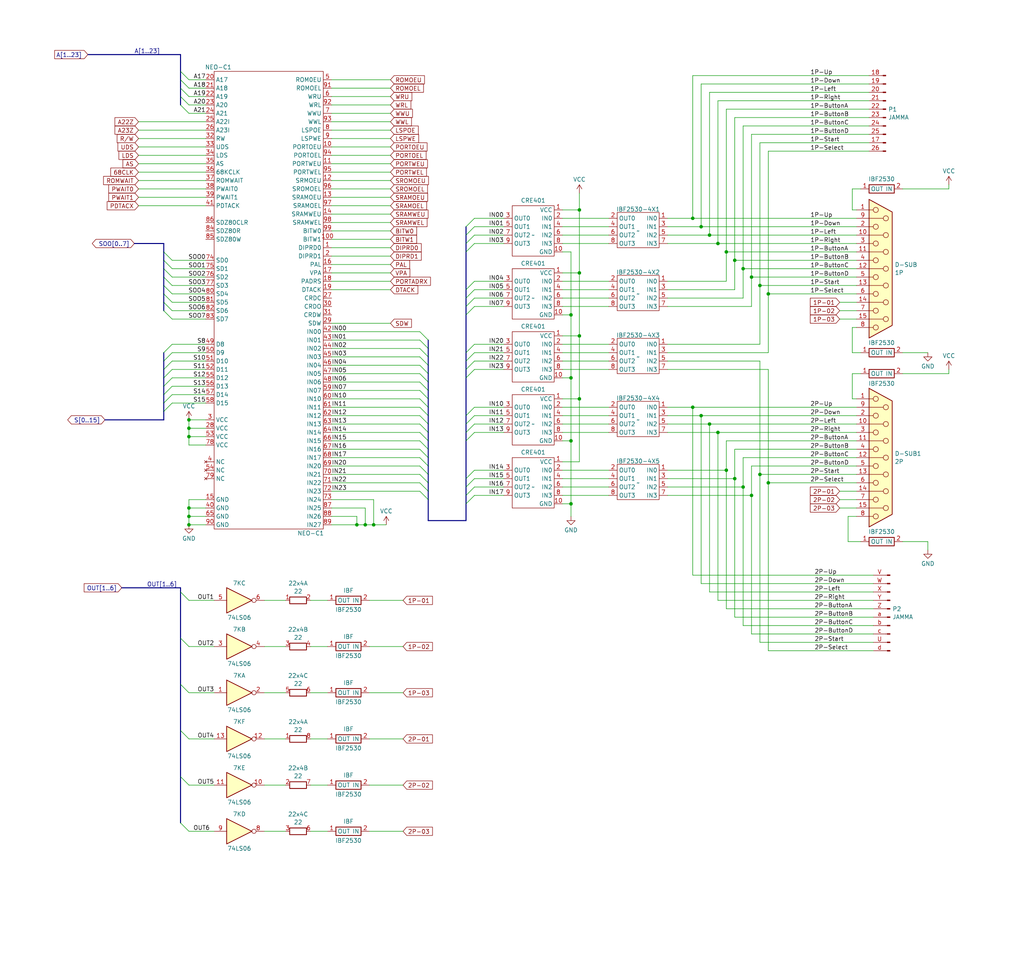
<source format=kicad_sch>
(kicad_sch (version 20230121) (generator eeschema)
  (paper "User" 309.778 290.373)
  (title_block (title "Players Inputs & Outputs (JAMMA & BD15)") (date "2023-08-15") (company "SNK") (comment 3 "Converted by Frater ") (comment 4 "NEO-GEO MVS MV1F"))
  (junction (at 214.63 128.27))
  (junction (at 57.15 127))
  (junction (at 110.49 158.75))
  (junction (at 229.87 86.36))
  (junction (at 224.79 81.28))
  (junction (at 57.15 132.08))
  (junction (at 57.15 129.54))
  (junction (at 222.25 78.74))
  (junction (at 172.72 95.25))
  (junction (at 227.33 83.82))
  (junction (at 219.71 142.24))
  (junction (at 172.72 133.35))
  (junction (at 212.09 68.58))
  (junction (at 57.15 153.67))
  (junction (at 217.17 130.81))
  (junction (at 219.71 76.2))
  (junction (at 214.63 71.12))
  (junction (at 232.41 88.9))
  (junction (at 57.15 156.21))
  (junction (at 224.79 147.32))
  (junction (at 212.09 125.73))
  (junction (at 227.33 149.86))
  (junction (at 175.26 101.6))
  (junction (at 175.26 63.5))
  (junction (at 175.26 120.65))
  (junction (at 209.55 66.04))
  (junction (at 172.72 152.4))
  (junction (at 217.17 73.66))
  (junction (at 57.15 158.75))
  (junction (at 113.03 158.75))
  (junction (at 172.72 114.3))
  (junction (at 209.55 123.19))
  (junction (at 232.41 146.05))
  (junction (at 229.87 143.51))
  (junction (at 175.26 82.55))
  (junction (at 222.25 144.78))
  (junction (at 107.95 158.75))
  (bus_entry (at 129.54 107.95) (size -2.54 -2.54))
  (bus_entry (at 129.54 148.59) (size -2.54 -2.54))
  (bus_entry (at 140.97 76.2) (size 2.54 -2.54))
  (bus_entry (at 49.53 106.68) (size 2.54 -2.54))
  (bus_entry (at 54.61 179.07) (size 2.54 2.54))
  (bus_entry (at 140.97 68.58) (size 2.54 -2.54))
  (bus_entry (at 49.53 76.2) (size 2.54 2.54))
  (bus_entry (at 49.53 114.3) (size 2.54 -2.54))
  (bus_entry (at 140.97 87.63) (size 2.54 -2.54))
  (bus_entry (at 49.53 109.22) (size 2.54 -2.54))
  (bus_entry (at 54.61 31.75) (size 2.54 2.54))
  (bus_entry (at 49.53 88.9) (size 2.54 2.54))
  (bus_entry (at 129.54 130.81) (size -2.54 -2.54))
  (bus_entry (at 129.54 110.49) (size -2.54 -2.54))
  (bus_entry (at 140.97 73.66) (size 2.54 -2.54))
  (bus_entry (at 129.54 146.05) (size -2.54 -2.54))
  (bus_entry (at 54.61 24.13) (size 2.54 2.54))
  (bus_entry (at 54.61 26.67) (size 2.54 2.54))
  (bus_entry (at 140.97 106.68) (size 2.54 -2.54))
  (bus_entry (at 49.53 124.46) (size 2.54 -2.54))
  (bus_entry (at 140.97 130.81) (size 2.54 -2.54))
  (bus_entry (at 129.54 123.19) (size -2.54 -2.54))
  (bus_entry (at 54.61 21.59) (size 2.54 2.54))
  (bus_entry (at 129.54 133.35) (size -2.54 -2.54))
  (bus_entry (at 49.53 116.84) (size 2.54 -2.54))
  (bus_entry (at 129.54 125.73) (size -2.54 -2.54))
  (bus_entry (at 140.97 147.32) (size 2.54 -2.54))
  (bus_entry (at 54.61 29.21) (size 2.54 2.54))
  (bus_entry (at 140.97 114.3) (size 2.54 -2.54))
  (bus_entry (at 129.54 102.87) (size -2.54 -2.54))
  (bus_entry (at 129.54 151.13) (size -2.54 -2.54))
  (bus_entry (at 140.97 111.76) (size 2.54 -2.54))
  (bus_entry (at 140.97 144.78) (size 2.54 -2.54))
  (bus_entry (at 49.53 91.44) (size 2.54 2.54))
  (bus_entry (at 129.54 118.11) (size -2.54 -2.54))
  (bus_entry (at 140.97 152.4) (size 2.54 -2.54))
  (bus_entry (at 140.97 71.12) (size 2.54 -2.54))
  (bus_entry (at 54.61 248.92) (size 2.54 2.54))
  (bus_entry (at 129.54 143.51) (size -2.54 -2.54))
  (bus_entry (at 54.61 234.95) (size 2.54 2.54))
  (bus_entry (at 129.54 113.03) (size -2.54 -2.54))
  (bus_entry (at 129.54 140.97) (size -2.54 -2.54))
  (bus_entry (at 140.97 149.86) (size 2.54 -2.54))
  (bus_entry (at 129.54 135.89) (size -2.54 -2.54))
  (bus_entry (at 49.53 111.76) (size 2.54 -2.54))
  (bus_entry (at 129.54 105.41) (size -2.54 -2.54))
  (bus_entry (at 49.53 83.82) (size 2.54 2.54))
  (bus_entry (at 129.54 138.43) (size -2.54 -2.54))
  (bus_entry (at 54.61 220.98) (size 2.54 2.54))
  (bus_entry (at 129.54 115.57) (size -2.54 -2.54))
  (bus_entry (at 49.53 119.38) (size 2.54 -2.54))
  (bus_entry (at 129.54 128.27) (size -2.54 -2.54))
  (bus_entry (at 140.97 95.25) (size 2.54 -2.54))
  (bus_entry (at 49.53 86.36) (size 2.54 2.54))
  (bus_entry (at 49.53 81.28) (size 2.54 2.54))
  (bus_entry (at 140.97 128.27) (size 2.54 -2.54))
  (bus_entry (at 140.97 92.71) (size 2.54 -2.54))
  (bus_entry (at 129.54 120.65) (size -2.54 -2.54))
  (bus_entry (at 54.61 207.01) (size 2.54 2.54))
  (bus_entry (at 54.61 193.04) (size 2.54 2.54))
  (bus_entry (at 140.97 109.22) (size 2.54 -2.54))
  (bus_entry (at 140.97 125.73) (size 2.54 -2.54))
  (bus_entry (at 49.53 121.92) (size 2.54 -2.54))
  (bus_entry (at 49.53 78.74) (size 2.54 2.54))
  (bus_entry (at 49.53 93.98) (size 2.54 2.54))
  (bus_entry (at 140.97 133.35) (size 2.54 -2.54))
  (bus_entry (at 140.97 90.17) (size 2.54 -2.54))
  (bus (pts (xy 140.97 95.25) (xy 140.97 106.68)))
  (wire (pts (xy 232.41 106.68) (xy 201.93 106.68)))
  (bus (pts (xy 129.54 148.59) (xy 129.54 151.13)))
  (wire (pts (xy 212.09 125.73) (xy 212.09 176.53)))
  (wire (pts (xy 172.72 76.2) (xy 170.18 76.2)))
  (wire (pts (xy 100.33 62.23) (xy 118.11 62.23)))
  (wire (pts (xy 100.33 87.63) (xy 118.11 87.63)))
  (bus (pts (xy 129.54 135.89) (xy 129.54 138.43)))
  (wire (pts (xy 93.98 209.55) (xy 99.06 209.55)))
  (bus (pts (xy 140.97 149.86) (xy 140.97 152.4)))
  (wire (pts (xy 209.55 123.19) (xy 259.08 123.19)))
  (bus (pts (xy 49.53 73.66) (xy 49.53 76.2)))
  (bus (pts (xy 140.97 76.2) (xy 140.97 87.63)))
  (wire (pts (xy 260.35 113.03) (xy 257.81 113.03)))
  (wire (pts (xy 100.33 34.29) (xy 118.11 34.29)))
  (wire (pts (xy 209.55 66.04) (xy 201.93 66.04)))
  (wire (pts (xy 57.15 129.54) (xy 57.15 127)))
  (wire (pts (xy 170.18 149.86) (xy 184.15 149.86)))
  (bus (pts (xy 54.61 21.59) (xy 54.61 24.13)))
  (wire (pts (xy 57.15 209.55) (xy 64.77 209.55)))
  (wire (pts (xy 143.51 144.78) (xy 152.4 144.78)))
  (wire (pts (xy 100.33 67.31) (xy 118.11 67.31)))
  (wire (pts (xy 262.89 27.94) (xy 214.63 27.94)))
  (wire (pts (xy 175.26 58.42) (xy 175.26 63.5)))
  (wire (pts (xy 52.07 109.22) (xy 62.23 109.22)))
  (wire (pts (xy 62.23 153.67) (xy 57.15 153.67)))
  (wire (pts (xy 170.18 92.71) (xy 184.15 92.71)))
  (wire (pts (xy 264.16 184.15) (xy 219.71 184.15)))
  (wire (pts (xy 256.54 163.83) (xy 260.35 163.83)))
  (wire (pts (xy 287.02 57.15) (xy 273.05 57.15)))
  (wire (pts (xy 111.76 237.49) (xy 121.92 237.49)))
  (wire (pts (xy 57.15 237.49) (xy 64.77 237.49)))
  (wire (pts (xy 175.26 139.7) (xy 170.18 139.7)))
  (bus (pts (xy 54.61 24.13) (xy 54.61 26.67)))
  (wire (pts (xy 52.07 78.74) (xy 62.23 78.74)))
  (wire (pts (xy 100.33 102.87) (xy 127 102.87)))
  (wire (pts (xy 62.23 134.62) (xy 57.15 134.62)))
  (wire (pts (xy 175.26 63.5) (xy 175.26 82.55)))
  (wire (pts (xy 217.17 181.61) (xy 217.17 130.81)))
  (wire (pts (xy 257.81 113.03) (xy 257.81 120.65)))
  (wire (pts (xy 107.95 158.75) (xy 110.49 158.75)))
  (bus (pts (xy 140.97 71.12) (xy 140.97 73.66)))
  (wire (pts (xy 100.33 57.15) (xy 118.11 57.15)))
  (wire (pts (xy 80.01 251.46) (xy 86.36 251.46)))
  (wire (pts (xy 93.98 195.58) (xy 99.06 195.58)))
  (wire (pts (xy 100.33 69.85) (xy 118.11 69.85)))
  (bus (pts (xy 54.61 220.98) (xy 54.61 234.95)))
  (bus (pts (xy 140.97 152.4) (xy 140.97 157.48)))
  (wire (pts (xy 107.95 156.21) (xy 107.95 158.75)))
  (wire (pts (xy 222.25 78.74) (xy 222.25 87.63)))
  (wire (pts (xy 52.07 86.36) (xy 62.23 86.36)))
  (wire (pts (xy 259.08 135.89) (xy 222.25 135.89)))
  (wire (pts (xy 170.18 73.66) (xy 184.15 73.66)))
  (wire (pts (xy 201.93 71.12) (xy 214.63 71.12)))
  (wire (pts (xy 57.15 251.46) (xy 64.77 251.46)))
  (wire (pts (xy 209.55 22.86) (xy 209.55 66.04)))
  (wire (pts (xy 111.76 195.58) (xy 121.92 195.58)))
  (wire (pts (xy 222.25 186.69) (xy 222.25 144.78)))
  (wire (pts (xy 100.33 113.03) (xy 127 113.03)))
  (bus (pts (xy 129.54 140.97) (xy 129.54 143.51)))
  (wire (pts (xy 232.41 45.72) (xy 232.41 88.9)))
  (wire (pts (xy 219.71 33.02) (xy 219.71 76.2)))
  (wire (pts (xy 175.26 82.55) (xy 175.26 101.6)))
  (wire (pts (xy 170.18 109.22) (xy 184.15 109.22)))
  (wire (pts (xy 113.03 158.75) (xy 116.84 158.75)))
  (wire (pts (xy 212.09 176.53) (xy 264.16 176.53)))
  (wire (pts (xy 201.93 125.73) (xy 212.09 125.73)))
  (wire (pts (xy 62.23 132.08) (xy 57.15 132.08)))
  (wire (pts (xy 143.51 68.58) (xy 152.4 68.58)))
  (wire (pts (xy 257.81 120.65) (xy 259.08 120.65)))
  (bus (pts (xy 49.53 76.2) (xy 49.53 78.74)))
  (wire (pts (xy 80.01 223.52) (xy 86.36 223.52)))
  (wire (pts (xy 224.79 147.32) (xy 224.79 189.23)))
  (bus (pts (xy 54.61 234.95) (xy 54.61 248.92)))
  (wire (pts (xy 52.07 83.82) (xy 62.23 83.82)))
  (wire (pts (xy 62.23 151.13) (xy 57.15 151.13)))
  (wire (pts (xy 172.72 95.25) (xy 172.72 76.2)))
  (wire (pts (xy 41.91 46.99) (xy 62.23 46.99)))
  (wire (pts (xy 100.33 146.05) (xy 127 146.05)))
  (wire (pts (xy 260.35 106.68) (xy 257.81 106.68)))
  (bus (pts (xy 140.97 114.3) (xy 140.97 125.73)))
  (wire (pts (xy 41.91 59.69) (xy 62.23 59.69)))
  (wire (pts (xy 224.79 81.28) (xy 224.79 90.17)))
  (wire (pts (xy 262.89 35.56) (xy 222.25 35.56)))
  (wire (pts (xy 111.76 181.61) (xy 121.92 181.61)))
  (wire (pts (xy 170.18 128.27) (xy 184.15 128.27)))
  (wire (pts (xy 143.51 106.68) (xy 152.4 106.68)))
  (bus (pts (xy 140.97 147.32) (xy 140.97 149.86)))
  (wire (pts (xy 222.25 35.56) (xy 222.25 78.74)))
  (wire (pts (xy 256.54 156.21) (xy 256.54 163.83)))
  (wire (pts (xy 172.72 133.35) (xy 170.18 133.35)))
  (wire (pts (xy 175.26 82.55) (xy 170.18 82.55)))
  (wire (pts (xy 172.72 156.21) (xy 172.72 152.4)))
  (wire (pts (xy 57.15 29.21) (xy 62.23 29.21)))
  (wire (pts (xy 57.15 195.58) (xy 64.77 195.58)))
  (wire (pts (xy 257.81 57.15) (xy 257.81 63.5)))
  (bus (pts (xy 49.53 91.44) (xy 49.53 93.98)))
  (bus (pts (xy 36.83 177.8) (xy 54.61 177.8)))
  (wire (pts (xy 259.08 83.82) (xy 227.33 83.82)))
  (wire (pts (xy 262.89 43.18) (xy 229.87 43.18)))
  (wire (pts (xy 259.08 88.9) (xy 232.41 88.9)))
  (bus (pts (xy 26.67 16.51) (xy 54.61 16.51)))
  (wire (pts (xy 262.89 30.48) (xy 217.17 30.48)))
  (wire (pts (xy 52.07 91.44) (xy 62.23 91.44)))
  (wire (pts (xy 100.33 52.07) (xy 118.11 52.07)))
  (wire (pts (xy 219.71 142.24) (xy 201.93 142.24)))
  (wire (pts (xy 254 91.44) (xy 259.08 91.44)))
  (bus (pts (xy 54.61 29.21) (xy 54.61 31.75)))
  (wire (pts (xy 224.79 138.43) (xy 224.79 147.32)))
  (wire (pts (xy 41.91 57.15) (xy 62.23 57.15)))
  (wire (pts (xy 110.49 153.67) (xy 110.49 158.75)))
  (wire (pts (xy 262.89 22.86) (xy 209.55 22.86)))
  (wire (pts (xy 222.25 87.63) (xy 201.93 87.63)))
  (bus (pts (xy 49.53 78.74) (xy 49.53 81.28)))
  (wire (pts (xy 229.87 194.31) (xy 229.87 143.51)))
  (wire (pts (xy 41.91 39.37) (xy 62.23 39.37)))
  (wire (pts (xy 100.33 125.73) (xy 127 125.73)))
  (wire (pts (xy 222.25 144.78) (xy 201.93 144.78)))
  (wire (pts (xy 57.15 151.13) (xy 57.15 153.67)))
  (bus (pts (xy 129.54 138.43) (xy 129.54 140.97)))
  (wire (pts (xy 143.51 73.66) (xy 152.4 73.66)))
  (wire (pts (xy 254 148.59) (xy 259.08 148.59)))
  (bus (pts (xy 49.53 116.84) (xy 49.53 119.38)))
  (wire (pts (xy 52.07 93.98) (xy 62.23 93.98)))
  (bus (pts (xy 129.54 120.65) (xy 129.54 123.19)))
  (wire (pts (xy 143.51 149.86) (xy 152.4 149.86)))
  (wire (pts (xy 232.41 111.76) (xy 201.93 111.76)))
  (bus (pts (xy 129.54 115.57) (xy 129.54 118.11)))
  (wire (pts (xy 100.33 120.65) (xy 127 120.65)))
  (bus (pts (xy 140.97 68.58) (xy 140.97 71.12)))
  (wire (pts (xy 259.08 143.51) (xy 229.87 143.51)))
  (wire (pts (xy 222.25 135.89) (xy 222.25 144.78)))
  (wire (pts (xy 127 105.41) (xy 100.33 105.41)))
  (wire (pts (xy 264.16 186.69) (xy 222.25 186.69)))
  (wire (pts (xy 229.87 86.36) (xy 229.87 104.14)))
  (wire (pts (xy 99.06 223.52) (xy 93.98 223.52)))
  (wire (pts (xy 110.49 158.75) (xy 113.03 158.75)))
  (wire (pts (xy 259.08 86.36) (xy 229.87 86.36)))
  (wire (pts (xy 100.33 123.19) (xy 127 123.19)))
  (wire (pts (xy 260.35 57.15) (xy 257.81 57.15)))
  (wire (pts (xy 172.72 114.3) (xy 170.18 114.3)))
  (bus (pts (xy 129.54 125.73) (xy 129.54 128.27)))
  (wire (pts (xy 41.91 49.53) (xy 62.23 49.53)))
  (wire (pts (xy 100.33 148.59) (xy 127 148.59)))
  (wire (pts (xy 93.98 181.61) (xy 99.06 181.61)))
  (wire (pts (xy 172.72 133.35) (xy 172.72 114.3)))
  (wire (pts (xy 170.18 147.32) (xy 184.15 147.32)))
  (wire (pts (xy 57.15 127) (xy 62.23 127)))
  (wire (pts (xy 227.33 92.71) (xy 201.93 92.71)))
  (wire (pts (xy 41.91 44.45) (xy 62.23 44.45)))
  (wire (pts (xy 264.16 181.61) (xy 217.17 181.61)))
  (wire (pts (xy 227.33 83.82) (xy 227.33 92.71)))
  (wire (pts (xy 201.93 128.27) (xy 214.63 128.27)))
  (wire (pts (xy 100.33 128.27) (xy 127 128.27)))
  (wire (pts (xy 143.51 128.27) (xy 152.4 128.27)))
  (bus (pts (xy 49.53 124.46) (xy 49.53 127)))
  (wire (pts (xy 100.33 107.95) (xy 127 107.95)))
  (wire (pts (xy 172.72 152.4) (xy 170.18 152.4)))
  (wire (pts (xy 100.33 44.45) (xy 118.11 44.45)))
  (wire (pts (xy 259.08 138.43) (xy 224.79 138.43)))
  (wire (pts (xy 100.33 130.81) (xy 127 130.81)))
  (wire (pts (xy 262.89 45.72) (xy 232.41 45.72)))
  (wire (pts (xy 224.79 90.17) (xy 201.93 90.17)))
  (wire (pts (xy 80.01 209.55) (xy 86.36 209.55)))
  (wire (pts (xy 229.87 43.18) (xy 229.87 86.36)))
  (bus (pts (xy 129.54 128.27) (xy 129.54 130.81)))
  (wire (pts (xy 52.07 119.38) (xy 62.23 119.38)))
  (wire (pts (xy 212.09 125.73) (xy 259.08 125.73)))
  (wire (pts (xy 100.33 133.35) (xy 127 133.35)))
  (bus (pts (xy 49.53 119.38) (xy 49.53 121.92)))
  (wire (pts (xy 214.63 128.27) (xy 214.63 179.07)))
  (wire (pts (xy 100.33 41.91) (xy 118.11 41.91)))
  (bus (pts (xy 140.97 90.17) (xy 140.97 92.71)))
  (wire (pts (xy 229.87 104.14) (xy 201.93 104.14)))
  (wire (pts (xy 264.16 194.31) (xy 229.87 194.31)))
  (bus (pts (xy 140.97 128.27) (xy 140.97 130.81)))
  (wire (pts (xy 287.02 55.88) (xy 287.02 57.15)))
  (wire (pts (xy 287.02 113.03) (xy 273.05 113.03)))
  (wire (pts (xy 175.26 120.65) (xy 170.18 120.65)))
  (wire (pts (xy 217.17 73.66) (xy 259.08 73.66)))
  (wire (pts (xy 254 93.98) (xy 259.08 93.98)))
  (wire (pts (xy 143.51 109.22) (xy 152.4 109.22)))
  (bus (pts (xy 129.54 102.87) (xy 129.54 105.41)))
  (wire (pts (xy 217.17 30.48) (xy 217.17 73.66)))
  (bus (pts (xy 129.54 123.19) (xy 129.54 125.73)))
  (wire (pts (xy 57.15 34.29) (xy 62.23 34.29)))
  (wire (pts (xy 170.18 123.19) (xy 184.15 123.19)))
  (wire (pts (xy 80.01 195.58) (xy 86.36 195.58)))
  (wire (pts (xy 93.98 251.46) (xy 99.06 251.46)))
  (wire (pts (xy 143.51 71.12) (xy 152.4 71.12)))
  (wire (pts (xy 100.33 29.21) (xy 118.11 29.21)))
  (wire (pts (xy 201.93 123.19) (xy 209.55 123.19)))
  (bus (pts (xy 129.54 110.49) (xy 129.54 113.03)))
  (wire (pts (xy 273.05 163.83) (xy 280.67 163.83)))
  (wire (pts (xy 259.08 133.35) (xy 219.71 133.35)))
  (wire (pts (xy 214.63 71.12) (xy 259.08 71.12)))
  (wire (pts (xy 175.26 101.6) (xy 170.18 101.6)))
  (wire (pts (xy 170.18 85.09) (xy 184.15 85.09)))
  (wire (pts (xy 57.15 158.75) (xy 62.23 158.75)))
  (bus (pts (xy 40.64 73.66) (xy 49.53 73.66)))
  (bus (pts (xy 140.97 92.71) (xy 140.97 95.25)))
  (wire (pts (xy 212.09 25.4) (xy 212.09 68.58)))
  (bus (pts (xy 129.54 146.05) (xy 129.54 148.59)))
  (wire (pts (xy 100.33 36.83) (xy 118.11 36.83)))
  (bus (pts (xy 49.53 106.68) (xy 49.53 109.22)))
  (wire (pts (xy 143.51 66.04) (xy 152.4 66.04)))
  (wire (pts (xy 143.51 92.71) (xy 152.4 92.71)))
  (wire (pts (xy 232.41 88.9) (xy 232.41 106.68)))
  (wire (pts (xy 229.87 143.51) (xy 229.87 109.22)))
  (wire (pts (xy 100.33 100.33) (xy 127 100.33)))
  (wire (pts (xy 170.18 71.12) (xy 184.15 71.12)))
  (bus (pts (xy 49.53 88.9) (xy 49.53 91.44)))
  (bus (pts (xy 129.54 107.95) (xy 129.54 110.49)))
  (wire (pts (xy 52.07 111.76) (xy 62.23 111.76)))
  (wire (pts (xy 52.07 121.92) (xy 62.23 121.92)))
  (wire (pts (xy 201.93 85.09) (xy 219.71 85.09)))
  (wire (pts (xy 201.93 68.58) (xy 212.09 68.58)))
  (wire (pts (xy 121.92 223.52) (xy 111.76 223.52)))
  (wire (pts (xy 100.33 54.61) (xy 118.11 54.61)))
  (wire (pts (xy 52.07 104.14) (xy 62.23 104.14)))
  (wire (pts (xy 41.91 54.61) (xy 62.23 54.61)))
  (bus (pts (xy 54.61 179.07) (xy 54.61 193.04)))
  (wire (pts (xy 170.18 66.04) (xy 184.15 66.04)))
  (wire (pts (xy 111.76 251.46) (xy 121.92 251.46)))
  (wire (pts (xy 217.17 130.81) (xy 259.08 130.81)))
  (wire (pts (xy 100.33 138.43) (xy 127 138.43)))
  (wire (pts (xy 175.26 101.6) (xy 175.26 120.65)))
  (wire (pts (xy 287.02 113.03) (xy 287.02 111.76)))
  (bus (pts (xy 140.97 73.66) (xy 140.97 76.2)))
  (wire (pts (xy 224.79 38.1) (xy 224.79 81.28)))
  (wire (pts (xy 100.33 49.53) (xy 118.11 49.53)))
  (wire (pts (xy 172.72 95.25) (xy 170.18 95.25)))
  (wire (pts (xy 170.18 90.17) (xy 184.15 90.17)))
  (wire (pts (xy 100.33 118.11) (xy 127 118.11)))
  (wire (pts (xy 232.41 146.05) (xy 232.41 111.76)))
  (wire (pts (xy 201.93 130.81) (xy 217.17 130.81)))
  (wire (pts (xy 143.51 123.19) (xy 152.4 123.19)))
  (wire (pts (xy 170.18 130.81) (xy 184.15 130.81)))
  (wire (pts (xy 170.18 104.14) (xy 184.15 104.14)))
  (wire (pts (xy 264.16 173.99) (xy 209.55 173.99)))
  (wire (pts (xy 262.89 40.64) (xy 227.33 40.64)))
  (wire (pts (xy 264.16 196.85) (xy 232.41 196.85)))
  (wire (pts (xy 170.18 142.24) (xy 184.15 142.24)))
  (wire (pts (xy 41.91 36.83) (xy 62.23 36.83)))
  (wire (pts (xy 227.33 191.77) (xy 227.33 149.86)))
  (wire (pts (xy 280.67 163.83) (xy 280.67 166.37)))
  (wire (pts (xy 172.72 133.35) (xy 172.72 152.4)))
  (wire (pts (xy 175.26 120.65) (xy 175.26 139.7)))
  (wire (pts (xy 57.15 134.62) (xy 57.15 132.08)))
  (bus (pts (xy 54.61 16.51) (xy 54.61 21.59)))
  (wire (pts (xy 264.16 189.23) (xy 224.79 189.23)))
  (wire (pts (xy 57.15 223.52) (xy 64.77 223.52)))
  (wire (pts (xy 143.51 104.14) (xy 152.4 104.14)))
  (wire (pts (xy 219.71 133.35) (xy 219.71 142.24)))
  (wire (pts (xy 170.18 68.58) (xy 184.15 68.58)))
  (wire (pts (xy 100.33 74.93) (xy 118.11 74.93)))
  (bus (pts (xy 129.54 151.13) (xy 129.54 157.48)))
  (wire (pts (xy 143.51 142.24) (xy 152.4 142.24)))
  (wire (pts (xy 100.33 140.97) (xy 127 140.97)))
  (wire (pts (xy 52.07 106.68) (xy 62.23 106.68)))
  (wire (pts (xy 100.33 77.47) (xy 118.11 77.47)))
  (wire (pts (xy 143.51 111.76) (xy 152.4 111.76)))
  (wire (pts (xy 170.18 144.78) (xy 184.15 144.78)))
  (bus (pts (xy 140.97 125.73) (xy 140.97 128.27)))
  (bus (pts (xy 140.97 106.68) (xy 140.97 109.22)))
  (wire (pts (xy 100.33 85.09) (xy 118.11 85.09)))
  (wire (pts (xy 224.79 147.32) (xy 201.93 147.32)))
  (wire (pts (xy 143.51 87.63) (xy 152.4 87.63)))
  (wire (pts (xy 52.07 88.9) (xy 62.23 88.9)))
  (wire (pts (xy 232.41 196.85) (xy 232.41 146.05)))
  (bus (pts (xy 129.54 133.35) (xy 129.54 135.89)))
  (bus (pts (xy 49.53 121.92) (xy 49.53 124.46)))
  (wire (pts (xy 57.15 31.75) (xy 62.23 31.75)))
  (wire (pts (xy 100.33 72.39) (xy 118.11 72.39)))
  (wire (pts (xy 143.51 125.73) (xy 152.4 125.73)))
  (wire (pts (xy 254 96.52) (xy 259.08 96.52)))
  (wire (pts (xy 264.16 179.07) (xy 214.63 179.07)))
  (bus (pts (xy 54.61 207.01) (xy 54.61 220.98)))
  (wire (pts (xy 219.71 76.2) (xy 219.71 85.09)))
  (wire (pts (xy 259.08 66.04) (xy 209.55 66.04)))
  (wire (pts (xy 254 151.13) (xy 259.08 151.13)))
  (wire (pts (xy 100.33 59.69) (xy 118.11 59.69)))
  (bus (pts (xy 140.97 130.81) (xy 140.97 133.35)))
  (wire (pts (xy 170.18 87.63) (xy 184.15 87.63)))
  (wire (pts (xy 100.33 135.89) (xy 127 135.89)))
  (bus (pts (xy 54.61 177.8) (xy 54.61 179.07)))
  (wire (pts (xy 262.89 38.1) (xy 224.79 38.1)))
  (wire (pts (xy 172.72 114.3) (xy 172.72 95.25)))
  (wire (pts (xy 254 153.67) (xy 259.08 153.67)))
  (bus (pts (xy 49.53 86.36) (xy 49.53 88.9)))
  (wire (pts (xy 62.23 156.21) (xy 57.15 156.21)))
  (bus (pts (xy 31.75 127) (xy 49.53 127)))
  (wire (pts (xy 100.33 110.49) (xy 127 110.49)))
  (wire (pts (xy 57.15 181.61) (xy 64.77 181.61)))
  (wire (pts (xy 100.33 158.75) (xy 107.95 158.75)))
  (wire (pts (xy 273.05 106.68) (xy 280.67 106.68)))
  (wire (pts (xy 100.33 31.75) (xy 118.11 31.75)))
  (wire (pts (xy 113.03 151.13) (xy 113.03 158.75)))
  (wire (pts (xy 52.07 96.52) (xy 62.23 96.52)))
  (bus (pts (xy 129.54 143.51) (xy 129.54 146.05)))
  (wire (pts (xy 80.01 237.49) (xy 86.36 237.49)))
  (wire (pts (xy 100.33 153.67) (xy 110.49 153.67)))
  (wire (pts (xy 219.71 76.2) (xy 259.08 76.2)))
  (bus (pts (xy 49.53 83.82) (xy 49.53 86.36)))
  (wire (pts (xy 100.33 46.99) (xy 118.11 46.99)))
  (bus (pts (xy 129.54 105.41) (xy 129.54 107.95)))
  (wire (pts (xy 256.54 156.21) (xy 259.08 156.21)))
  (wire (pts (xy 143.51 147.32) (xy 152.4 147.32)))
  (wire (pts (xy 41.91 52.07) (xy 62.23 52.07)))
  (wire (pts (xy 100.33 24.13) (xy 118.11 24.13)))
  (wire (pts (xy 259.08 81.28) (xy 224.79 81.28)))
  (wire (pts (xy 100.33 151.13) (xy 113.03 151.13)))
  (wire (pts (xy 62.23 129.54) (xy 57.15 129.54)))
  (wire (pts (xy 227.33 149.86) (xy 201.93 149.86)))
  (wire (pts (xy 57.15 24.13) (xy 62.23 24.13)))
  (wire (pts (xy 170.18 106.68) (xy 184.15 106.68)))
  (wire (pts (xy 52.07 81.28) (xy 62.23 81.28)))
  (wire (pts (xy 57.15 26.67) (xy 62.23 26.67)))
  (wire (pts (xy 227.33 140.97) (xy 227.33 149.86)))
  (wire (pts (xy 257.81 106.68) (xy 257.81 99.06)))
  (wire (pts (xy 257.81 63.5) (xy 259.08 63.5)))
  (wire (pts (xy 57.15 153.67) (xy 57.15 156.21)))
  (wire (pts (xy 201.93 73.66) (xy 217.17 73.66)))
  (bus (pts (xy 140.97 144.78) (xy 140.97 147.32)))
  (wire (pts (xy 52.07 114.3) (xy 62.23 114.3)))
  (wire (pts (xy 93.98 237.49) (xy 99.06 237.49)))
  (wire (pts (xy 214.63 128.27) (xy 259.08 128.27)))
  (wire (pts (xy 259.08 146.05) (xy 232.41 146.05)))
  (wire (pts (xy 143.51 85.09) (xy 152.4 85.09)))
  (bus (pts (xy 49.53 81.28) (xy 49.53 83.82)))
  (wire (pts (xy 100.33 156.21) (xy 107.95 156.21)))
  (wire (pts (xy 264.16 191.77) (xy 227.33 191.77)))
  (wire (pts (xy 100.33 80.01) (xy 118.11 80.01)))
  (wire (pts (xy 219.71 184.15) (xy 219.71 142.24)))
  (bus (pts (xy 140.97 133.35) (xy 140.97 144.78)))
  (bus (pts (xy 129.54 113.03) (xy 129.54 115.57)))
  (bus (pts (xy 140.97 109.22) (xy 140.97 111.76)))
  (bus (pts (xy 49.53 114.3) (xy 49.53 116.84)))
  (wire (pts (xy 111.76 209.55) (xy 121.92 209.55)))
  (wire (pts (xy 259.08 140.97) (xy 227.33 140.97)))
  (wire (pts (xy 52.07 116.84) (xy 62.23 116.84)))
  (bus (pts (xy 140.97 111.76) (xy 140.97 114.3)))
  (bus (pts (xy 49.53 111.76) (xy 49.53 114.3)))
  (wire (pts (xy 212.09 68.58) (xy 259.08 68.58)))
  (bus (pts (xy 129.54 157.48) (xy 140.97 157.48)))
  (wire (pts (xy 175.26 63.5) (xy 170.18 63.5)))
  (bus (pts (xy 129.54 118.11) (xy 129.54 120.65)))
  (wire (pts (xy 57.15 156.21) (xy 57.15 158.75)))
  (bus (pts (xy 54.61 193.04) (xy 54.61 207.01)))
  (wire (pts (xy 100.33 26.67) (xy 118.11 26.67)))
  (wire (pts (xy 100.33 143.51) (xy 127 143.51)))
  (wire (pts (xy 143.51 90.17) (xy 152.4 90.17)))
  (bus (pts (xy 129.54 130.81) (xy 129.54 133.35)))
  (wire (pts (xy 41.91 62.23) (xy 62.23 62.23)))
  (bus (pts (xy 54.61 26.67) (xy 54.61 29.21)))
  (wire (pts (xy 229.87 109.22) (xy 201.93 109.22)))
  (wire (pts (xy 100.33 39.37) (xy 118.11 39.37)))
  (wire (pts (xy 41.91 41.91) (xy 62.23 41.91)))
  (wire (pts (xy 227.33 40.64) (xy 227.33 83.82)))
  (wire (pts (xy 143.51 130.81) (xy 152.4 130.81)))
  (wire (pts (xy 209.55 173.99) (xy 209.55 123.19)))
  (bus (pts (xy 140.97 87.63) (xy 140.97 90.17)))
  (wire (pts (xy 100.33 97.79) (xy 118.11 97.79)))
  (wire (pts (xy 57.15 132.08) (xy 57.15 129.54)))
  (wire (pts (xy 170.18 125.73) (xy 184.15 125.73)))
  (wire (pts (xy 262.89 33.02) (xy 219.71 33.02)))
  (wire (pts (xy 259.08 78.74) (xy 222.25 78.74)))
  (bus (pts (xy 49.53 109.22) (xy 49.53 111.76)))
  (wire (pts (xy 100.33 64.77) (xy 118.11 64.77)))
  (wire (pts (xy 262.89 25.4) (xy 212.09 25.4)))
  (wire (pts (xy 80.01 181.61) (xy 86.36 181.61)))
  (wire (pts (xy 214.63 27.94) (xy 214.63 71.12)))
  (wire (pts (xy 100.33 82.55) (xy 118.11 82.55)))
  (wire (pts (xy 170.18 111.76) (xy 184.15 111.76)))
  (wire (pts (xy 257.81 99.06) (xy 259.08 99.06)))
  (wire (pts (xy 100.33 115.57) (xy 127 115.57)))
  (label "1P-Left" (at 245.11 71.12 0))
  (label "IN04" (at 152.4 85.09 180))
  (label "1P-Down" (at 245.11 68.58 0))
  (label "1P-ButtonB" (at 245.11 35.56 0))
  (label "A[1..23]" (at 40.64 16.51 0))
  (label "OUT[1..6]" (at 44.45 177.8 0))
  (label "A17" (at 62.23 24.13 180))
  (label "2P-Right" (at 246.38 181.61 0))
  (label "IN03" (at 152.4 73.66 180))
  (label "IN20" (at 152.4 104.14 180))
  (label "1P-Start" (at 245.11 43.18 0))
  (label "1P-Up" (at 245.11 66.04 0))
  (label "A21" (at 62.23 34.29 180))
  (label "IN21" (at 152.4 106.68 180))
  (label "IN17" (at 152.4 149.86 180))
  (label "2P-ButtonC" (at 246.38 189.23 0))
  (label "IN10" (at 152.4 123.19 180))
  (label "OUT6" (at 63.5 251.46 180))
  (label "IN06" (at 100.33 115.57 0))
  (label "2P-ButtonD" (at 246.38 191.77 0))
  (label "OUT2" (at 64.77 195.58 180))
  (label "SOO4" (at 62.23 88.9 180))
  (label "1P-Right" (at 245.11 30.48 0))
  (label "S14" (at 62.23 119.38 180))
  (label "IN07" (at 152.4 92.71 180))
  (label "S11" (at 62.23 111.76 180))
  (label "IN00" (at 152.4 66.04 180))
  (label "2P-ButtonB" (at 245.11 135.89 0))
  (label "IN15" (at 100.33 133.35 0))
  (label "OUT1" (at 64.77 181.61 180))
  (label "1P-Select" (at 245.11 88.9 0))
  (label "IN07" (at 100.33 118.11 0))
  (label "IN21" (at 100.33 143.51 0))
  (label "1P-Right" (at 245.11 73.66 0))
  (label "IN12" (at 152.4 128.27 180))
  (label "IN15" (at 152.4 144.78 180))
  (label "A18" (at 62.23 26.67 180))
  (label "SOO7" (at 62.23 96.52 180))
  (label "IN13" (at 100.33 128.27 0))
  (label "IN16" (at 100.33 135.89 0))
  (label "IN17" (at 100.33 138.43 0))
  (label "SOO1" (at 62.23 81.28 180))
  (label "S8" (at 62.23 104.14 180))
  (label "2P-ButtonA" (at 245.11 133.35 0))
  (label "IN06" (at 152.4 90.17 180))
  (label "2P-Left" (at 245.11 128.27 0))
  (label "2P-ButtonD" (at 245.11 140.97 0))
  (label "1P-ButtonB" (at 245.11 78.74 0))
  (label "IN23" (at 152.4 111.76 180))
  (label "S9" (at 62.23 106.68 180))
  (label "IN11" (at 152.4 125.73 180))
  (label "1P-Left" (at 245.11 27.94 0))
  (label "IN00" (at 100.33 100.33 0))
  (label "IN22" (at 100.33 146.05 0))
  (label "OUT3" (at 64.77 209.55 180))
  (label "1P-ButtonA" (at 245.11 33.02 0))
  (label "IN05" (at 100.33 113.03 0))
  (label "SOO3" (at 62.23 86.36 180))
  (label "2P-ButtonB" (at 246.38 186.69 0))
  (label "1P-Start" (at 245.11 86.36 0))
  (label "IN02" (at 152.4 71.12 180))
  (label "S15" (at 62.23 121.92 180))
  (label "IN20" (at 100.33 140.97 0))
  (label "SOO6" (at 62.23 93.98 180))
  (label "1P-ButtonC" (at 245.11 81.28 0))
  (label "S13" (at 62.23 116.84 180))
  (label "1P-Up" (at 245.11 22.86 0))
  (label "IN01" (at 100.33 102.87 0))
  (label "IN01" (at 152.4 68.58 180))
  (label "1P-ButtonA" (at 245.11 76.2 0))
  (label "IN12" (at 100.33 125.73 0))
  (label "2P-Down" (at 245.11 125.73 0))
  (label "SOO2" (at 62.23 83.82 180))
  (label "S10" (at 62.23 109.22 180))
  (label "2P-Left" (at 246.38 179.07 0))
  (label "2P-ButtonC" (at 245.11 138.43 0))
  (label "2P-Start" (at 245.11 143.51 0))
  (label "2P-Select" (at 245.11 146.05 0))
  (label "IN23" (at 100.33 148.59 0))
  (label "IN04" (at 100.33 110.49 0))
  (label "IN02" (at 100.33 105.41 0))
  (label "IN16" (at 152.4 147.32 180))
  (label "2P-Up" (at 246.38 173.99 0))
  (label "2P-ButtonA" (at 246.38 184.15 0))
  (label "1P-ButtonD" (at 245.11 83.82 0))
  (label "2P-Select" (at 246.38 196.85 0))
  (label "2P-Up" (at 245.11 123.19 0))
  (label "A20" (at 62.23 31.75 180))
  (label "SOO0" (at 62.23 78.74 180))
  (label "IN10" (at 100.33 120.65 0))
  (label "IN11" (at 100.33 123.19 0))
  (label "1P-ButtonC" (at 245.11 38.1 0))
  (label "IN13" (at 152.4 130.81 180))
  (label "IN05" (at 152.4 87.63 180))
  (label "SOO5" (at 62.23 91.44 180))
  (label "IN03" (at 100.33 107.95 0))
  (label "1P-Down" (at 245.11 25.4 0))
  (label "IN14" (at 152.4 142.24 180))
  (label "OUT4" (at 64.77 223.52 180))
  (label "1P-Select" (at 245.11 45.72 0))
  (label "OUT5" (at 64.77 237.49 180))
  (label "2P-Start" (at 246.38 194.31 0))
  (label "IN22" (at 152.4 109.22 180))
  (label "IN14" (at 100.33 130.81 0))
  (label "2P-Right" (at 245.11 130.81 0))
  (label "S12" (at 62.23 114.3 180))
  (label "A19" (at 62.23 29.21 180))
  (label "1P-ButtonD" (at 245.11 40.64 0))
  (label "2P-Down" (at 246.38 176.53 0))
  (global_label "ROMOEU" (shape input) (at 118.11 24.13 0) (property "Intersheetrefs" "${INTERSHEET_REFS}" (at 128.9571 24.13 0) (effects (justify left))))
  (global_label "WWL" (shape input) (at 118.11 36.83 0) (property "Intersheetrefs" "${INTERSHEET_REFS}" (at 125.0261 36.83 0) (effects (justify left))))
  (global_label "SOO[0..7]" (shape bidirectional) (at 40.64 73.66 180) (property "Intersheetrefs" "${INTERSHEET_REFS}" (at 27.351 73.66 0) (effects (justify right))))
  (global_label "VPA" (shape input) (at 118.11 82.55 0) (property "Intersheetrefs" "${INTERSHEET_REFS}" (at 124.5424 82.55 0) (effects (justify left))))
  (global_label "A23Z" (shape input) (at 41.91 39.37 180) (property "Intersheetrefs" "${INTERSHEET_REFS}" (at 34.2077 39.37 0) (effects (justify right))))
  (global_label "ROMOEL" (shape input) (at 118.11 26.67 0) (property "Intersheetrefs" "${INTERSHEET_REFS}" (at 128.6547 26.67 0) (effects (justify left))))
  (global_label "1P-03" (shape input) (at 254 96.52 180) (property "Intersheetrefs" "${INTERSHEET_REFS}" (at 244.5439 96.52 0) (effects (justify right))))
  (global_label "DIPRD0" (shape input) (at 118.11 74.93 0) (property "Intersheetrefs" "${INTERSHEET_REFS}" (at 127.9895 74.93 0) (effects (justify left))))
  (global_label "2P-01" (shape input) (at 121.92 223.52 0) (property "Intersheetrefs" "${INTERSHEET_REFS}" (at 131.3761 223.52 0) (effects (justify left))))
  (global_label "68CLK" (shape input) (at 41.91 52.07 180) (property "Intersheetrefs" "${INTERSHEET_REFS}" (at 32.9377 52.07 0) (effects (justify right))))
  (global_label "S[0..15]" (shape bidirectional) (at 31.75 127 180) (property "Intersheetrefs" "${INTERSHEET_REFS}" (at 19.9125 127 0) (effects (justify right))))
  (global_label "LDS" (shape input) (at 41.91 46.99 180) (property "Intersheetrefs" "${INTERSHEET_REFS}" (at 35.4172 46.99 0) (effects (justify right))))
  (global_label "R{slash}W" (shape input) (at 41.91 41.91 180) (property "Intersheetrefs" "${INTERSHEET_REFS}" (at 34.8729 41.91 0) (effects (justify right))))
  (global_label "DTACK" (shape input) (at 118.11 87.63 0) (property "Intersheetrefs" "${INTERSHEET_REFS}" (at 126.9614 87.63 0) (effects (justify left))))
  (global_label "2P-02" (shape input) (at 254 151.13 180) (property "Intersheetrefs" "${INTERSHEET_REFS}" (at 244.5439 151.13 0) (effects (justify right))))
  (global_label "A[1..23]" (shape output) (at 16.51 16.51 0) (property "Intersheetrefs" "${INTERSHEET_REFS}" (at 27.1153 16.51 0) (effects (justify left))))
  (global_label "SRAMWEL" (shape input) (at 118.11 67.31 0) (property "Intersheetrefs" "${INTERSHEET_REFS}" (at 129.7432 67.31 0) (effects (justify left))))
  (global_label "WRL" (shape input) (at 118.11 31.75 0) (property "Intersheetrefs" "${INTERSHEET_REFS}" (at 124.8447 31.75 0) (effects (justify left))))
  (global_label "1P-03" (shape input) (at 121.92 209.55 0) (property "Intersheetrefs" "${INTERSHEET_REFS}" (at 131.3761 209.55 0) (effects (justify left))))
  (global_label "UDS" (shape input) (at 41.91 44.45 180) (property "Intersheetrefs" "${INTERSHEET_REFS}" (at 35.1148 44.45 0) (effects (justify right))))
  (global_label "1P-02" (shape input) (at 121.92 195.58 0) (property "Intersheetrefs" "${INTERSHEET_REFS}" (at 131.3761 195.58 0) (effects (justify left))))
  (global_label "PORTWEU" (shape input) (at 118.11 49.53 0) (property "Intersheetrefs" "${INTERSHEET_REFS}" (at 129.8642 49.53 0) (effects (justify left))))
  (global_label "SROMOEL" (shape input) (at 118.11 57.15 0) (property "Intersheetrefs" "${INTERSHEET_REFS}" (at 129.8642 57.15 0) (effects (justify left))))
  (global_label "2P-03" (shape input) (at 254 153.67 180) (property "Intersheetrefs" "${INTERSHEET_REFS}" (at 244.5439 153.67 0) (effects (justify right))))
  (global_label "DIPRD1" (shape input) (at 118.11 77.47 0) (property "Intersheetrefs" "${INTERSHEET_REFS}" (at 127.9895 77.47 0) (effects (justify left))))
  (global_label "2P-03" (shape input) (at 121.92 251.46 0) (property "Intersheetrefs" "${INTERSHEET_REFS}" (at 131.3761 251.46 0) (effects (justify left))))
  (global_label "2P-02" (shape input) (at 121.92 237.49 0) (property "Intersheetrefs" "${INTERSHEET_REFS}" (at 131.3761 237.49 0) (effects (justify left))))
  (global_label "PDTACX" (shape input) (at 41.91 62.23 180) (property "Intersheetrefs" "${INTERSHEET_REFS}" (at 31.8491 62.23 0) (effects (justify right))))
  (global_label "PORTADRX" (shape input) (at 118.11 85.09 0) (property "Intersheetrefs" "${INTERSHEET_REFS}" (at 130.7714 85.09 0) (effects (justify left))))
  (global_label "SRAMOEU" (shape input) (at 118.11 59.69 0) (property "Intersheetrefs" "${INTERSHEET_REFS}" (at 129.9247 59.69 0) (effects (justify left))))
  (global_label "WWU" (shape input) (at 118.11 34.29 0) (property "Intersheetrefs" "${INTERSHEET_REFS}" (at 125.3285 34.29 0) (effects (justify left))))
  (global_label "LSPOE" (shape input) (at 118.11 39.37 0) (property "Intersheetrefs" "${INTERSHEET_REFS}" (at 127.0823 39.37 0) (effects (justify left))))
  (global_label "SRAMOEL" (shape input) (at 118.11 62.23 0) (property "Intersheetrefs" "${INTERSHEET_REFS}" (at 129.6223 62.23 0) (effects (justify left))))
  (global_label "2P-01" (shape input) (at 254 148.59 180) (property "Intersheetrefs" "${INTERSHEET_REFS}" (at 244.5439 148.59 0) (effects (justify right))))
  (global_label "OUT[1..6]" (shape input) (at 36.83 177.8 180) (property "Intersheetrefs" "${INTERSHEET_REFS}" (at 24.8942 177.8 0) (effects (justify right))))
  (global_label "1P-01" (shape input) (at 254 91.44 180) (property "Intersheetrefs" "${INTERSHEET_REFS}" (at 244.5439 91.44 0) (effects (justify right))))
  (global_label "A22Z" (shape input) (at 41.91 36.83 180) (property "Intersheetrefs" "${INTERSHEET_REFS}" (at 34.2077 36.83 0) (effects (justify right))))
  (global_label "PWAIT1" (shape input) (at 41.91 59.69 180) (property "Intersheetrefs" "${INTERSHEET_REFS}" (at 32.3329 59.69 0) (effects (justify right))))
  (global_label "PAL" (shape input) (at 118.11 80.01 0) (property "Intersheetrefs" "${INTERSHEET_REFS}" (at 124.4819 80.01 0) (effects (justify left))))
  (global_label "1P-02" (shape input) (at 254 93.98 180) (property "Intersheetrefs" "${INTERSHEET_REFS}" (at 244.5439 93.98 0) (effects (justify right))))
  (global_label "PORTOEL" (shape input) (at 118.11 46.99 0) (property "Intersheetrefs" "${INTERSHEET_REFS}" (at 129.4409 46.99 0) (effects (justify left))))
  (global_label "AS" (shape input) (at 41.91 49.53 180) (property "Intersheetrefs" "${INTERSHEET_REFS}" (at 36.6267 49.53 0) (effects (justify right))))
  (global_label "PORTWEL" (shape input) (at 118.11 52.07 0) (property "Intersheetrefs" "${INTERSHEET_REFS}" (at 129.5618 52.07 0) (effects (justify left))))
  (global_label "PORTOEU" (shape input) (at 118.11 44.45 0) (property "Intersheetrefs" "${INTERSHEET_REFS}" (at 129.7433 44.45 0) (effects (justify left))))
  (global_label "ROMWAIT" (shape input) (at 41.91 54.61 180) (property "Intersheetrefs" "${INTERSHEET_REFS}" (at 30.7605 54.61 0) (effects (justify right))))
  (global_label "WRU" (shape input) (at 118.11 29.21 0) (property "Intersheetrefs" "${INTERSHEET_REFS}" (at 125.1471 29.21 0) (effects (justify left))))
  (global_label "LSPWE" (shape input) (at 118.11 41.91 0) (property "Intersheetrefs" "${INTERSHEET_REFS}" (at 127.2032 41.91 0) (effects (justify left))))
  (global_label "BITW0" (shape input) (at 118.11 69.85 0) (property "Intersheetrefs" "${INTERSHEET_REFS}" (at 126.5985 69.85 0) (effects (justify left))))
  (global_label "PWAIT0" (shape input) (at 41.91 57.15 180) (property "Intersheetrefs" "${INTERSHEET_REFS}" (at 32.3329 57.15 0) (effects (justify right))))
  (global_label "SROMOEU" (shape input) (at 118.11 54.61 0) (property "Intersheetrefs" "${INTERSHEET_REFS}" (at 130.1666 54.61 0) (effects (justify left))))
  (global_label "SDW" (shape input) (at 118.11 97.79 0) (property "Intersheetrefs" "${INTERSHEET_REFS}" (at 125.0261 97.79 0) (effects (justify left))))
  (global_label "BITW1" (shape input) (at 118.11 72.39 0) (property "Intersheetrefs" "${INTERSHEET_REFS}" (at 126.5985 72.39 0) (effects (justify left))))
  (global_label "1P-01" (shape input) (at 121.92 181.61 0) (property "Intersheetrefs" "${INTERSHEET_REFS}" (at 131.3761 181.61 0) (effects (justify left))))
  (global_label "SRAMWEU" (shape input) (at 118.11 64.77 0) (property "Intersheetrefs" "${INTERSHEET_REFS}" (at 130.0456 64.77 0) (effects (justify left))))
  (symbol (lib_id "0-Custom-Frater_Library:IBF2530") (at 266.7 163.83 0) (unit 1)
    (property "Reference" "IBF2530" (at 266.7 160.8399 0))
    (property "Value" "IBF2530" (effects hide))
    (instances (project "MVS" (path "" (reference "IBF2530") (unit 1)) (path "" (reference "IBF4") (unit 1))))
  )
  (symbol (lib_id "power:GND") (at 172.72 156.21 0) (unit 1)
    (property "Reference" "#PWR020" (effects hide))
    (property "Value" "GND" (at 172.72 160.3431 0))
    (instances (project "MVS" (path "" (reference "#PWR020") (unit 1)) (path "" (reference "#PWR04") (unit 1))))
  )
  (symbol (lib_id "power:VCC") (at 175.26 58.42 0) (unit 1)
    (property "Reference" "#PWR014" (effects hide))
    (property "Value" "VCC" (at 175.26 54.2869 0))
    (instances (project "MVS" (path "" (reference "#PWR014") (unit 1)) (path "" (reference "#PWR05") (unit 1))))
  )
  (symbol (lib_id "power:VCC") (at 287.02 111.76 0) (unit 1)
    (property "Reference" "#PWR018" (effects hide))
    (property "Value" "VCC" (at 287.02 107.6269 0))
    (instances (project "MVS" (path "" (reference "#PWR018") (unit 1)) (path "" (reference "#PWR09") (unit 1))))
  )
  (symbol (lib_name "74LS06_5") (lib_id "74xx:74LS06") (at 72.39 251.46 0) (unit 4)
    (property "Reference" "7K" (at 72.39 246.26 0))
    (property "Value" "74LS06" (at 72.39 256.66 0))
    (property "Datasheet" "http://www.ti.com/lit/gpn/sn74LS06" (effects hide))
    (instances (project "MVS" (path "" (reference "7K") (unit 4)) (path "" (reference "7K1") (unit 4))))
  )
  (symbol (lib_id "0-Custom-Frater_Library:IBF2530") (at 105.41 181.61 0) (unit 1)
    (property "Reference" "IBF" (at 105.41 178.6199 0))
    (property "Value" "IBF2530" (at 105.41 184.404 0))
    (instances (project "MVS" (path "" (reference "IBF") (unit 1)) (path "" (reference "IBF5") (unit 1))))
  )
  (symbol (lib_name "Conn_01x10_Pin_1") (lib_id "Connector:Conn_01x10_Pin") (at 269.24 184.15 0) (mirror y) (unit 1)
    (property "Reference" "JAMMA" (at 269.9512 186.6321 0) (effects (justify right)))
    (property "Value" "P2" (at 269.9512 184.2079 0) (effects (justify right)))
    (instances (project "MVS" (path "" (reference "JAMMA") (unit 1)) (path "" (reference "JAMMA2") (unit 1))))
  )
  (symbol (lib_id "Device:R_Pack04_Split") (at 90.17 223.52 270) (unit 1)
    (property "Reference" "22x4" (at 90.17 218.3597 90))
    (property "Value" "22" (at 90.17 220.7839 90))
    (instances (project "MVS" (path "" (reference "22x4") (unit 1)) (path "" (reference "22x2") (unit 1))))
  )
  (symbol (lib_id "0-Custom-Frater_Library:IBF2530-4") (at 193.04 88.9 0) (unit 1)
    (property "Reference" "IBF2530-4X2" (at 193.04 82.3539 0))
    (property "Value" "~" (at 193.04 88.9 0))
    (instances (project "MVS" (path "" (reference "IBF2530-4X2") (unit 1)) (path "" (reference "IBF2530-4X7") (unit 1))))
  )
  (symbol (lib_id "0-Custom-Frater_Library:IBF2530") (at 105.41 195.58 0) (unit 1)
    (property "Reference" "IBF" (at 105.41 192.5899 0))
    (property "Value" "IBF2530" (at 105.41 198.374 0))
    (instances (project "MVS" (path "" (reference "IBF") (unit 1)) (path "" (reference "IBF6") (unit 1))))
  )
  (symbol (lib_id "0-Custom-Frater_Library:IBF2530") (at 266.7 106.68 0) (unit 1)
    (property "Reference" "IBF2530" (at 266.7 103.6899 0))
    (property "Value" "IBF2530" (effects hide))
    (instances (project "MVS" (path "" (reference "IBF2530") (unit 1)) (path "" (reference "IBF2") (unit 1))))
  )
  (symbol (lib_id "Device:R_Pack04_SIP_Split") (at 90.17 195.58 270) (unit 2)
    (property "Reference" "22x4" (at 90.17 190.4197 90))
    (property "Value" "22" (at 90.17 192.8439 90))
    (property "Footprint" "Resistor_THT:R_Array_SIP8" (effects hide))
    (property "Datasheet" "http://www.vishay.com/docs/31509/csc.pdf" (effects hide))
    (instances (project "MVS" (path "" (reference "22x4") (unit 2)) (path "" (reference "22x1") (unit 2))))
  )
  (symbol (lib_id "Device:R_Pack04_Split") (at 90.17 237.49 270) (unit 2)
    (property "Reference" "22x4" (at 90.17 232.3297 90))
    (property "Value" "22" (at 90.17 234.7539 90))
    (instances (project "MVS" (path "" (reference "22x4") (unit 2)) (path "" (reference "22x2") (unit 2))))
  )
  (symbol (lib_name "74LS06_1") (lib_id "74xx:74LS06") (at 72.39 195.58 0) (unit 2)
    (property "Reference" "7K" (at 72.39 190.38 0))
    (property "Value" "74LS06" (at 72.39 200.78 0))
    (property "Datasheet" "http://www.ti.com/lit/gpn/sn74LS06" (effects hide))
    (instances (project "MVS" (path "" (reference "7K") (unit 2)) (path "" (reference "7K1") (unit 2))))
  )
  (symbol (lib_id "power:VCC") (at 116.84 158.75 0) (unit 1)
    (property "Reference" "#PWR013" (effects hide))
    (property "Value" "VCC" (at 116.84 154.6169 0))
    (instances (project "MVS" (path "" (reference "#PWR013") (unit 1)) (path "" (reference "#PWR03") (unit 1))))
  )
  (symbol (lib_id "Connector:DA15_Receptacle") (at 266.7 81.28 0) (unit 1)
    (property "Reference" "D-SUB" (at 270.637 80.0679 0) (effects (justify left)))
    (property "Value" "1P" (at 270.637 82.4921 0) (effects (justify left)))
    (property "Datasheet" " ~" (effects hide))
    (instances (project "MVS" (path "" (reference "D-SUB") (unit 1)) (path "" (reference "D-SUB2") (unit 1))))
  )
  (symbol (lib_id "0-Custom-Frater_Library:NEO-C1") (at 81.28 101.6 0) (unit 1)
    (property "Reference" "NEO-C1" (at 66.04 20.32 0))
    (property "Value" "NEO-C1" (at 93.98 161.29 0))
    (instances (project "MVS" (path "" (reference "NEO-C1") (unit 1)) (path "" (reference "5L1") (unit 1))))
  )
  (symbol (lib_id "power:GND") (at 280.67 106.68 0) (unit 1)
    (property "Reference" "#PWR016" (effects hide))
    (property "Value" "GND" (at 280.67 110.8131 0))
    (instances (project "MVS" (path "" (reference "#PWR016") (unit 1)) (path "" (reference "#PWR06") (unit 1))))
  )
  (symbol (lib_id "0-Custom-Frater_Library:IBF2530-4") (at 193.04 146.05 0) (unit 1)
    (property "Reference" "IBF2530-4X5" (at 193.04 139.5039 0))
    (property "Value" "~" (at 193.04 146.05 0))
    (instances (project "MVS" (path "" (reference "IBF2530-4X5") (unit 1)) (path "" (reference "IBF2530-4X10") (unit 1))))
  )
  (symbol (lib_id "power:VCC") (at 57.15 127 0) (unit 1)
    (property "Reference" "#PWR011" (effects hide))
    (property "Value" "VCC" (at 57.15 122.8669 0))
    (instances (project "MVS" (path "" (reference "#PWR011") (unit 1)) (path "" (reference "#PWR01") (unit 1))))
  )
  (symbol (lib_id "0-Custom-Frater_Library:CRE401") (at 161.29 69.85 0) (unit 1)
    (property "Reference" "CRE401" (at 161.29 60.6369 0))
    (property "Value" "~" (at 161.29 71.12 0))
  )
  (symbol (lib_id "Device:R_Pack04_Split") (at 90.17 251.46 270) (unit 3)
    (property "Reference" "22x4" (at 90.17 246.2997 90))
    (property "Value" "22" (at 90.17 248.7239 90))
    (instances (project "MVS" (path "" (reference "22x4") (unit 3)) (path "" (reference "22x2") (unit 3))))
  )
  (symbol (lib_name "74LS06_3") (lib_id "74xx:74LS06") (at 72.39 223.52 0) (unit 6)
    (property "Reference" "7K" (at 72.39 218.32 0))
    (property "Value" "74LS06" (at 72.39 228.72 0))
    (property "Datasheet" "http://www.ti.com/lit/gpn/sn74LS06" (effects hide))
    (instances (project "MVS" (path "" (reference "7K") (unit 6)) (path "" (reference "7K1") (unit 6))))
  )
  (symbol (lib_id "0-Custom-Frater_Library:IBF2530") (at 105.41 251.46 0) (unit 1)
    (property "Reference" "IBF" (at 105.41 248.4699 0))
    (property "Value" "IBF2530" (at 105.41 254.254 0))
    (instances (project "MVS" (path "" (reference "IBF") (unit 1)) (path "" (reference "IBF10") (unit 1))))
  )
  (symbol (lib_id "Device:R_Pack04_SIP_Split") (at 90.17 209.55 270) (unit 3)
    (property "Reference" "22x4" (at 90.17 204.3897 90))
    (property "Value" "22" (at 90.17 206.8139 90))
    (property "Footprint" "Resistor_THT:R_Array_SIP8" (effects hide))
    (property "Datasheet" "http://www.vishay.com/docs/31509/csc.pdf" (effects hide))
    (instances (project "MVS" (path "" (reference "22x4") (unit 3)) (path "" (reference "22x1") (unit 3))))
  )
  (symbol (lib_id "0-Custom-Frater_Library:IBF2530") (at 105.41 209.55 0) (unit 1)
    (property "Reference" "IBF" (at 105.41 206.5599 0))
    (property "Value" "IBF2530" (at 105.41 212.344 0))
    (instances (project "MVS" (path "" (reference "IBF") (unit 1)) (path "" (reference "IBF7") (unit 1))))
  )
  (symbol (lib_id "0-Custom-Frater_Library:IBF2530") (at 105.41 237.49 0) (unit 1)
    (property "Reference" "IBF" (at 105.41 234.4999 0))
    (property "Value" "IBF2530" (at 105.41 240.284 0))
    (instances (project "MVS" (path "" (reference "IBF") (unit 1)) (path "" (reference "IBF9") (unit 1))))
  )
  (symbol (lib_id "0-Custom-Frater_Library:CRE401") (at 161.29 107.95 0) (unit 1)
    (property "Reference" "CRE401" (at 161.29 98.7369 0))
    (property "Value" "CRE401" (effects hide))
  )
  (symbol (lib_id "Connector:Conn_01x10_Pin") (at 267.97 33.02 0) (mirror y) (unit 1)
    (property "Reference" "JAMMA" (at 268.6812 35.5021 0) (effects (justify right)))
    (property "Value" "P1" (at 268.6812 33.0779 0) (effects (justify right)))
    (instances (project "MVS" (path "" (reference "JAMMA") (unit 1)) (path "" (reference "JAMMA1") (unit 1))))
  )
  (symbol (lib_id "0-Custom-Frater_Library:IBF2530-4") (at 193.04 107.95 0) (unit 1)
    (property "Reference" "IBF2530-4X3" (at 193.04 101.4039 0))
    (property "Value" "~" (at 193.04 107.95 0))
    (instances (project "MVS" (path "" (reference "IBF2530-4X3") (unit 1)) (path "" (reference "IBF2530-4X8") (unit 1))))
  )
  (symbol (lib_id "power:GND") (at 280.67 166.37 0) (unit 1)
    (property "Reference" "#PWR019" (effects hide))
    (property "Value" "GND" (at 280.67 170.5031 0))
    (instances (project "MVS" (path "" (reference "#PWR019") (unit 1)) (path "" (reference "#PWR07") (unit 1))))
  )
  (symbol (lib_id "0-Custom-Frater_Library:IBF2530-4") (at 193.04 69.85 0) (unit 1)
    (property "Reference" "IBF2530-4X1" (at 193.04 63.3039 0))
    (property "Value" "~" (at 193.04 69.85 0))
    (instances (project "MVS" (path "" (reference "IBF2530-4X1") (unit 1)) (path "" (reference "IBF2530-4X6") (unit 1))))
  )
  (symbol (lib_id "power:GND") (at 57.15 158.75 0) (unit 1)
    (property "Reference" "#PWR012" (effects hide))
    (property "Value" "GND" (at 57.15 162.8831 0))
    (instances (project "MVS" (path "" (reference "#PWR012") (unit 1)) (path "" (reference "#PWR02") (unit 1))))
  )
  (symbol (lib_id "0-Custom-Frater_Library:IBF2530-4") (at 193.04 127 0) (unit 1)
    (property "Reference" "IBF2530-4X4" (at 193.04 120.4539 0))
    (property "Value" "~" (at 193.04 127 0))
    (instances (project "MVS" (path "" (reference "IBF2530-4X4") (unit 1)) (path "" (reference "IBF2530-4X9") (unit 1))))
  )
  (symbol (lib_id "Connector:DA15_Receptacle") (at 266.7 138.43 0) (unit 1)
    (property "Reference" "D-SUB1" (at 270.637 137.2179 0) (effects (justify left)))
    (property "Value" "2P" (at 270.637 139.6421 0) (effects (justify left)))
    (property "Datasheet" " ~" (effects hide))
    (instances (project "MVS" (path "" (reference "D-SUB1") (unit 1)) (path "" (reference "D-SUB3") (unit 1))))
  )
  (symbol (lib_id "0-Custom-Frater_Library:IBF2530") (at 266.7 113.03 0) (mirror x) (unit 1)
    (property "Reference" "IBF2530" (at 266.7 116.0201 0))
    (property "Value" "IBF2530" (effects hide))
    (instances (project "MVS" (path "" (reference "IBF2530") (unit 1)) (path "" (reference "IBF3") (unit 1))))
  )
  (symbol (lib_id "Device:R_Pack04_SIP_Split") (at 90.17 181.61 270) (unit 1)
    (property "Reference" "22x4" (at 90.17 176.4497 90))
    (property "Value" "22" (at 90.17 178.8739 90))
    (property "Footprint" "Resistor_THT:R_Array_SIP8" (effects hide))
    (property "Datasheet" "http://www.vishay.com/docs/31509/csc.pdf" (effects hide))
    (instances (project "MVS" (path "" (reference "22x4") (unit 1)) (path "" (reference "22x1") (unit 1))))
  )
  (symbol (lib_name "74LS06_2") (lib_id "74xx:74LS06") (at 72.39 181.61 0) (unit 3)
    (property "Reference" "7K" (at 72.39 176.41 0))
    (property "Value" "74LS06" (at 72.39 186.81 0))
    (property "Datasheet" "http://www.ti.com/lit/gpn/sn74LS06" (effects hide))
    (instances (project "MVS" (path "" (reference "7K") (unit 3)) (path "" (reference "7K1") (unit 3))))
  )
  (symbol (lib_id "0-Custom-Frater_Library:IBF2530") (at 105.41 223.52 0) (unit 1)
    (property "Reference" "IBF" (at 105.41 220.5299 0))
    (property "Value" "IBF2530" (at 105.41 226.314 0))
    (instances (project "MVS" (path "" (reference "IBF") (unit 1)) (path "" (reference "IBF8") (unit 1))))
  )
  (symbol (lib_id "0-Custom-Frater_Library:CRE401") (at 161.29 88.9 0) (unit 1)
    (property "Reference" "CRE401" (at 161.29 79.6869 0))
    (property "Value" "~" (at 161.29 90.17 0))
  )
  (symbol (lib_id "0-Custom-Frater_Library:IBF2530") (at 266.7 57.15 0) (unit 1)
    (property "Reference" "IBF2530" (at 266.7 54.1599 0))
    (property "Value" "IBF2530" (effects hide))
    (instances (project "MVS" (path "" (reference "IBF2530") (unit 1)) (path "" (reference "IBF1") (unit 1))))
  )
  (symbol (lib_name "74LS06_4") (lib_id "74xx:74LS06") (at 72.39 209.55 0) (unit 1)
    (property "Reference" "7K" (at 72.39 204.35 0))
    (property "Value" "74LS06" (at 72.39 214.75 0))
    (property "Datasheet" "http://www.ti.com/lit/gpn/sn74LS06" (effects hide))
    (instances (project "MVS" (path "" (reference "7K") (unit 1)) (path "" (reference "7K1") (unit 1))))
  )
  (symbol (lib_id "74xx:74LS06") (at 72.39 237.49 0) (unit 5)
    (property "Reference" "7K" (at 72.39 232.29 0))
    (property "Value" "74LS06" (at 72.39 242.69 0))
    (property "Datasheet" "http://www.ti.com/lit/gpn/sn74LS06" (effects hide))
    (instances (project "MVS" (path "" (reference "7K") (unit 5)) (path "" (reference "7K1") (unit 5))))
  )
  (symbol (lib_id "0-Custom-Frater_Library:CRE401") (at 161.29 146.05 0) (unit 1)
    (property "Reference" "CRE401" (at 161.29 136.8369 0))
    (property "Value" "~" (at 161.29 147.32 0))
    (instances (project "MVS" (path "" (reference "CRE401") (unit 1)) (path "" (reference "CRE5") (unit 1))))
  )
  (symbol (lib_id "0-Custom-Frater_Library:CRE401") (at 161.29 127 0) (unit 1)
    (property "Reference" "CRE401" (at 161.29 117.7869 0))
    (property "Value" "~" (at 161.29 128.27 0))
    (instances (project "MVS" (path "" (reference "CRE401") (unit 1)) (path "" (reference "CRE4") (unit 1))))
  )
  (symbol (lib_id "power:VCC") (at 287.02 55.88 0) (unit 1)
    (property "Reference" "#PWR017" (effects hide))
    (property "Value" "VCC" (at 287.02 51.7469 0))
    (instances (project "MVS" (path "" (reference "#PWR017") (unit 1)) (path "" (reference "#PWR08") (unit 1))))
  )
)
</source>
